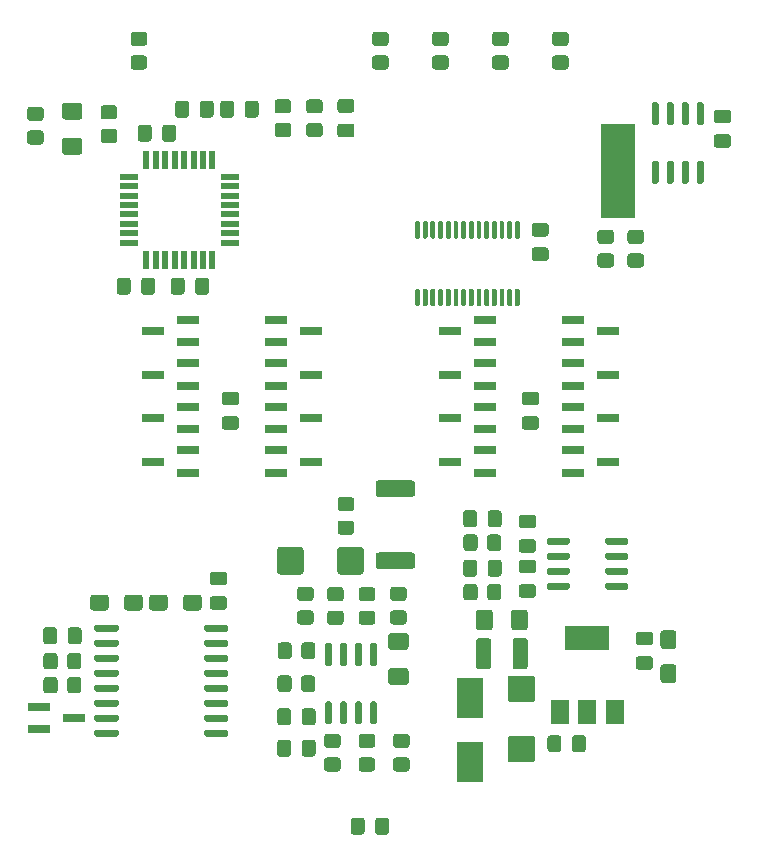
<source format=gbp>
G04 #@! TF.GenerationSoftware,KiCad,Pcbnew,5.1.12-84ad8e8a86~92~ubuntu16.04.1*
G04 #@! TF.CreationDate,2022-12-06T17:37:32+01:00*
G04 #@! TF.ProjectId,Mainboard,4d61696e-626f-4617-9264-2e6b69636164,rev?*
G04 #@! TF.SameCoordinates,Original*
G04 #@! TF.FileFunction,Paste,Bot*
G04 #@! TF.FilePolarity,Positive*
%FSLAX46Y46*%
G04 Gerber Fmt 4.6, Leading zero omitted, Abs format (unit mm)*
G04 Created by KiCad (PCBNEW 5.1.12-84ad8e8a86~92~ubuntu16.04.1) date 2022-12-06 17:37:32*
%MOMM*%
%LPD*%
G01*
G04 APERTURE LIST*
%ADD10R,1.900000X0.800000*%
%ADD11R,3.000000X8.000000*%
%ADD12R,0.550000X1.600000*%
%ADD13R,1.600000X0.550000*%
%ADD14R,3.800000X2.000000*%
%ADD15R,1.500000X2.000000*%
%ADD16R,2.300000X3.500000*%
G04 APERTURE END LIST*
G36*
G01*
X132026500Y-63332000D02*
X133276500Y-63332000D01*
G75*
G02*
X133526500Y-63582000I0J-250000D01*
G01*
X133526500Y-64507000D01*
G75*
G02*
X133276500Y-64757000I-250000J0D01*
G01*
X132026500Y-64757000D01*
G75*
G02*
X131776500Y-64507000I0J250000D01*
G01*
X131776500Y-63582000D01*
G75*
G02*
X132026500Y-63332000I250000J0D01*
G01*
G37*
G36*
G01*
X132026500Y-66307000D02*
X133276500Y-66307000D01*
G75*
G02*
X133526500Y-66557000I0J-250000D01*
G01*
X133526500Y-67482000D01*
G75*
G02*
X133276500Y-67732000I-250000J0D01*
G01*
X132026500Y-67732000D01*
G75*
G02*
X131776500Y-67482000I0J250000D01*
G01*
X131776500Y-66557000D01*
G75*
G02*
X132026500Y-66307000I250000J0D01*
G01*
G37*
G36*
G01*
X166837000Y-107749500D02*
X166837000Y-106499500D01*
G75*
G02*
X167087000Y-106249500I250000J0D01*
G01*
X168012000Y-106249500D01*
G75*
G02*
X168262000Y-106499500I0J-250000D01*
G01*
X168262000Y-107749500D01*
G75*
G02*
X168012000Y-107999500I-250000J0D01*
G01*
X167087000Y-107999500D01*
G75*
G02*
X166837000Y-107749500I0J250000D01*
G01*
G37*
G36*
G01*
X169812000Y-107749500D02*
X169812000Y-106499500D01*
G75*
G02*
X170062000Y-106249500I250000J0D01*
G01*
X170987000Y-106249500D01*
G75*
G02*
X171237000Y-106499500I0J-250000D01*
G01*
X171237000Y-107749500D01*
G75*
G02*
X170987000Y-107999500I-250000J0D01*
G01*
X170062000Y-107999500D01*
G75*
G02*
X169812000Y-107749500I0J250000D01*
G01*
G37*
D10*
X142470000Y-89093000D03*
X142470000Y-90993000D03*
X139470000Y-90043000D03*
X142470000Y-92776000D03*
X142470000Y-94676000D03*
X139470000Y-93726000D03*
G36*
G01*
X156236000Y-125062000D02*
X156236000Y-124112000D01*
G75*
G02*
X156486000Y-123862000I250000J0D01*
G01*
X157161000Y-123862000D01*
G75*
G02*
X157411000Y-124112000I0J-250000D01*
G01*
X157411000Y-125062000D01*
G75*
G02*
X157161000Y-125312000I-250000J0D01*
G01*
X156486000Y-125312000D01*
G75*
G02*
X156236000Y-125062000I0J250000D01*
G01*
G37*
G36*
G01*
X158311000Y-125062000D02*
X158311000Y-124112000D01*
G75*
G02*
X158561000Y-123862000I250000J0D01*
G01*
X159236000Y-123862000D01*
G75*
G02*
X159486000Y-124112000I0J-250000D01*
G01*
X159486000Y-125062000D01*
G75*
G02*
X159236000Y-125312000I-250000J0D01*
G01*
X158561000Y-125312000D01*
G75*
G02*
X158311000Y-125062000I0J250000D01*
G01*
G37*
G36*
G01*
X171925000Y-91033000D02*
X170975000Y-91033000D01*
G75*
G02*
X170725000Y-90783000I0J250000D01*
G01*
X170725000Y-90108000D01*
G75*
G02*
X170975000Y-89858000I250000J0D01*
G01*
X171925000Y-89858000D01*
G75*
G02*
X172175000Y-90108000I0J-250000D01*
G01*
X172175000Y-90783000D01*
G75*
G02*
X171925000Y-91033000I-250000J0D01*
G01*
G37*
G36*
G01*
X171925000Y-88958000D02*
X170975000Y-88958000D01*
G75*
G02*
X170725000Y-88708000I0J250000D01*
G01*
X170725000Y-88033000D01*
G75*
G02*
X170975000Y-87783000I250000J0D01*
G01*
X171925000Y-87783000D01*
G75*
G02*
X172175000Y-88033000I0J-250000D01*
G01*
X172175000Y-88708000D01*
G75*
G02*
X171925000Y-88958000I-250000J0D01*
G01*
G37*
G36*
G01*
X146525000Y-91033000D02*
X145575000Y-91033000D01*
G75*
G02*
X145325000Y-90783000I0J250000D01*
G01*
X145325000Y-90108000D01*
G75*
G02*
X145575000Y-89858000I250000J0D01*
G01*
X146525000Y-89858000D01*
G75*
G02*
X146775000Y-90108000I0J-250000D01*
G01*
X146775000Y-90783000D01*
G75*
G02*
X146525000Y-91033000I-250000J0D01*
G01*
G37*
G36*
G01*
X146525000Y-88958000D02*
X145575000Y-88958000D01*
G75*
G02*
X145325000Y-88708000I0J250000D01*
G01*
X145325000Y-88033000D01*
G75*
G02*
X145575000Y-87783000I250000J0D01*
G01*
X146525000Y-87783000D01*
G75*
G02*
X146775000Y-88033000I0J-250000D01*
G01*
X146775000Y-88708000D01*
G75*
G02*
X146525000Y-88958000I-250000J0D01*
G01*
G37*
G36*
G01*
X176144500Y-117127000D02*
X176144500Y-118077000D01*
G75*
G02*
X175894500Y-118327000I-250000J0D01*
G01*
X175219500Y-118327000D01*
G75*
G02*
X174969500Y-118077000I0J250000D01*
G01*
X174969500Y-117127000D01*
G75*
G02*
X175219500Y-116877000I250000J0D01*
G01*
X175894500Y-116877000D01*
G75*
G02*
X176144500Y-117127000I0J-250000D01*
G01*
G37*
G36*
G01*
X174069500Y-117127000D02*
X174069500Y-118077000D01*
G75*
G02*
X173819500Y-118327000I-250000J0D01*
G01*
X173144500Y-118327000D01*
G75*
G02*
X172894500Y-118077000I0J250000D01*
G01*
X172894500Y-117127000D01*
G75*
G02*
X173144500Y-116877000I250000J0D01*
G01*
X173819500Y-116877000D01*
G75*
G02*
X174069500Y-117127000I0J-250000D01*
G01*
G37*
G36*
G01*
X169762999Y-111831500D02*
X171613001Y-111831500D01*
G75*
G02*
X171863000Y-112081499I0J-249999D01*
G01*
X171863000Y-113831501D01*
G75*
G02*
X171613001Y-114081500I-249999J0D01*
G01*
X169762999Y-114081500D01*
G75*
G02*
X169513000Y-113831501I0J249999D01*
G01*
X169513000Y-112081499D01*
G75*
G02*
X169762999Y-111831500I249999J0D01*
G01*
G37*
G36*
G01*
X169762999Y-116931500D02*
X171613001Y-116931500D01*
G75*
G02*
X171863000Y-117181499I0J-249999D01*
G01*
X171863000Y-118931501D01*
G75*
G02*
X171613001Y-119181500I-249999J0D01*
G01*
X169762999Y-119181500D01*
G75*
G02*
X169513000Y-118931501I0J249999D01*
G01*
X169513000Y-117181499D01*
G75*
G02*
X169762999Y-116931500I249999J0D01*
G01*
G37*
G36*
G01*
X130226000Y-111067001D02*
X130226000Y-110166999D01*
G75*
G02*
X130475999Y-109917000I249999J0D01*
G01*
X131176001Y-109917000D01*
G75*
G02*
X131426000Y-110166999I0J-249999D01*
G01*
X131426000Y-111067001D01*
G75*
G02*
X131176001Y-111317000I-249999J0D01*
G01*
X130475999Y-111317000D01*
G75*
G02*
X130226000Y-111067001I0J249999D01*
G01*
G37*
G36*
G01*
X132226000Y-111067001D02*
X132226000Y-110166999D01*
G75*
G02*
X132475999Y-109917000I249999J0D01*
G01*
X133176001Y-109917000D01*
G75*
G02*
X133426000Y-110166999I0J-249999D01*
G01*
X133426000Y-111067001D01*
G75*
G02*
X133176001Y-111317000I-249999J0D01*
G01*
X132475999Y-111317000D01*
G75*
G02*
X132226000Y-111067001I0J249999D01*
G01*
G37*
G36*
G01*
X145509000Y-106273000D02*
X144559000Y-106273000D01*
G75*
G02*
X144309000Y-106023000I0J250000D01*
G01*
X144309000Y-105348000D01*
G75*
G02*
X144559000Y-105098000I250000J0D01*
G01*
X145509000Y-105098000D01*
G75*
G02*
X145759000Y-105348000I0J-250000D01*
G01*
X145759000Y-106023000D01*
G75*
G02*
X145509000Y-106273000I-250000J0D01*
G01*
G37*
G36*
G01*
X145509000Y-104198000D02*
X144559000Y-104198000D01*
G75*
G02*
X144309000Y-103948000I0J250000D01*
G01*
X144309000Y-103273000D01*
G75*
G02*
X144559000Y-103023000I250000J0D01*
G01*
X145509000Y-103023000D01*
G75*
G02*
X145759000Y-103273000I0J-250000D01*
G01*
X145759000Y-103948000D01*
G75*
G02*
X145509000Y-104198000I-250000J0D01*
G01*
G37*
G36*
G01*
X130201000Y-108933000D02*
X130201000Y-107983000D01*
G75*
G02*
X130451000Y-107733000I250000J0D01*
G01*
X131126000Y-107733000D01*
G75*
G02*
X131376000Y-107983000I0J-250000D01*
G01*
X131376000Y-108933000D01*
G75*
G02*
X131126000Y-109183000I-250000J0D01*
G01*
X130451000Y-109183000D01*
G75*
G02*
X130201000Y-108933000I0J250000D01*
G01*
G37*
G36*
G01*
X132276000Y-108933000D02*
X132276000Y-107983000D01*
G75*
G02*
X132526000Y-107733000I250000J0D01*
G01*
X133201000Y-107733000D01*
G75*
G02*
X133451000Y-107983000I0J-250000D01*
G01*
X133451000Y-108933000D01*
G75*
G02*
X133201000Y-109183000I-250000J0D01*
G01*
X132526000Y-109183000D01*
G75*
G02*
X132276000Y-108933000I0J250000D01*
G01*
G37*
G36*
G01*
X171237000Y-108906999D02*
X171237000Y-111057001D01*
G75*
G02*
X170987001Y-111307000I-249999J0D01*
G01*
X170186999Y-111307000D01*
G75*
G02*
X169937000Y-111057001I0J249999D01*
G01*
X169937000Y-108906999D01*
G75*
G02*
X170186999Y-108657000I249999J0D01*
G01*
X170987001Y-108657000D01*
G75*
G02*
X171237000Y-108906999I0J-249999D01*
G01*
G37*
G36*
G01*
X168137000Y-108906999D02*
X168137000Y-111057001D01*
G75*
G02*
X167887001Y-111307000I-249999J0D01*
G01*
X167086999Y-111307000D01*
G75*
G02*
X166837000Y-111057001I0J249999D01*
G01*
X166837000Y-108906999D01*
G75*
G02*
X167086999Y-108657000I249999J0D01*
G01*
X167887001Y-108657000D01*
G75*
G02*
X168137000Y-108906999I0J-249999D01*
G01*
G37*
X149884000Y-94676000D03*
X149884000Y-92776000D03*
X152884000Y-93726000D03*
G36*
G01*
X179726000Y-100307000D02*
X179726000Y-100607000D01*
G75*
G02*
X179576000Y-100757000I-150000J0D01*
G01*
X177926000Y-100757000D01*
G75*
G02*
X177776000Y-100607000I0J150000D01*
G01*
X177776000Y-100307000D01*
G75*
G02*
X177926000Y-100157000I150000J0D01*
G01*
X179576000Y-100157000D01*
G75*
G02*
X179726000Y-100307000I0J-150000D01*
G01*
G37*
G36*
G01*
X179726000Y-101577000D02*
X179726000Y-101877000D01*
G75*
G02*
X179576000Y-102027000I-150000J0D01*
G01*
X177926000Y-102027000D01*
G75*
G02*
X177776000Y-101877000I0J150000D01*
G01*
X177776000Y-101577000D01*
G75*
G02*
X177926000Y-101427000I150000J0D01*
G01*
X179576000Y-101427000D01*
G75*
G02*
X179726000Y-101577000I0J-150000D01*
G01*
G37*
G36*
G01*
X179726000Y-102847000D02*
X179726000Y-103147000D01*
G75*
G02*
X179576000Y-103297000I-150000J0D01*
G01*
X177926000Y-103297000D01*
G75*
G02*
X177776000Y-103147000I0J150000D01*
G01*
X177776000Y-102847000D01*
G75*
G02*
X177926000Y-102697000I150000J0D01*
G01*
X179576000Y-102697000D01*
G75*
G02*
X179726000Y-102847000I0J-150000D01*
G01*
G37*
G36*
G01*
X179726000Y-104117000D02*
X179726000Y-104417000D01*
G75*
G02*
X179576000Y-104567000I-150000J0D01*
G01*
X177926000Y-104567000D01*
G75*
G02*
X177776000Y-104417000I0J150000D01*
G01*
X177776000Y-104117000D01*
G75*
G02*
X177926000Y-103967000I150000J0D01*
G01*
X179576000Y-103967000D01*
G75*
G02*
X179726000Y-104117000I0J-150000D01*
G01*
G37*
G36*
G01*
X174776000Y-104117000D02*
X174776000Y-104417000D01*
G75*
G02*
X174626000Y-104567000I-150000J0D01*
G01*
X172976000Y-104567000D01*
G75*
G02*
X172826000Y-104417000I0J150000D01*
G01*
X172826000Y-104117000D01*
G75*
G02*
X172976000Y-103967000I150000J0D01*
G01*
X174626000Y-103967000D01*
G75*
G02*
X174776000Y-104117000I0J-150000D01*
G01*
G37*
G36*
G01*
X174776000Y-102847000D02*
X174776000Y-103147000D01*
G75*
G02*
X174626000Y-103297000I-150000J0D01*
G01*
X172976000Y-103297000D01*
G75*
G02*
X172826000Y-103147000I0J150000D01*
G01*
X172826000Y-102847000D01*
G75*
G02*
X172976000Y-102697000I150000J0D01*
G01*
X174626000Y-102697000D01*
G75*
G02*
X174776000Y-102847000I0J-150000D01*
G01*
G37*
G36*
G01*
X174776000Y-101577000D02*
X174776000Y-101877000D01*
G75*
G02*
X174626000Y-102027000I-150000J0D01*
G01*
X172976000Y-102027000D01*
G75*
G02*
X172826000Y-101877000I0J150000D01*
G01*
X172826000Y-101577000D01*
G75*
G02*
X172976000Y-101427000I150000J0D01*
G01*
X174626000Y-101427000D01*
G75*
G02*
X174776000Y-101577000I0J-150000D01*
G01*
G37*
G36*
G01*
X174776000Y-100307000D02*
X174776000Y-100607000D01*
G75*
G02*
X174626000Y-100757000I-150000J0D01*
G01*
X172976000Y-100757000D01*
G75*
G02*
X172826000Y-100607000I0J150000D01*
G01*
X172826000Y-100307000D01*
G75*
G02*
X172976000Y-100157000I150000J0D01*
G01*
X174626000Y-100157000D01*
G75*
G02*
X174776000Y-100307000I0J-150000D01*
G01*
G37*
D11*
X178882000Y-69103000D03*
G36*
G01*
X188181000Y-67157000D02*
X187231000Y-67157000D01*
G75*
G02*
X186981000Y-66907000I0J250000D01*
G01*
X186981000Y-66232000D01*
G75*
G02*
X187231000Y-65982000I250000J0D01*
G01*
X188181000Y-65982000D01*
G75*
G02*
X188431000Y-66232000I0J-250000D01*
G01*
X188431000Y-66907000D01*
G75*
G02*
X188181000Y-67157000I-250000J0D01*
G01*
G37*
G36*
G01*
X188181000Y-65082000D02*
X187231000Y-65082000D01*
G75*
G02*
X186981000Y-64832000I0J250000D01*
G01*
X186981000Y-64157000D01*
G75*
G02*
X187231000Y-63907000I250000J0D01*
G01*
X188181000Y-63907000D01*
G75*
G02*
X188431000Y-64157000I0J-250000D01*
G01*
X188431000Y-64832000D01*
G75*
G02*
X188181000Y-65082000I-250000J0D01*
G01*
G37*
G36*
G01*
X179919999Y-74090000D02*
X180820001Y-74090000D01*
G75*
G02*
X181070000Y-74339999I0J-249999D01*
G01*
X181070000Y-75040001D01*
G75*
G02*
X180820001Y-75290000I-249999J0D01*
G01*
X179919999Y-75290000D01*
G75*
G02*
X179670000Y-75040001I0J249999D01*
G01*
X179670000Y-74339999D01*
G75*
G02*
X179919999Y-74090000I249999J0D01*
G01*
G37*
G36*
G01*
X179919999Y-76090000D02*
X180820001Y-76090000D01*
G75*
G02*
X181070000Y-76339999I0J-249999D01*
G01*
X181070000Y-77040001D01*
G75*
G02*
X180820001Y-77290000I-249999J0D01*
G01*
X179919999Y-77290000D01*
G75*
G02*
X179670000Y-77040001I0J249999D01*
G01*
X179670000Y-76339999D01*
G75*
G02*
X179919999Y-76090000I249999J0D01*
G01*
G37*
G36*
G01*
X181861000Y-63290000D02*
X182161000Y-63290000D01*
G75*
G02*
X182311000Y-63440000I0J-150000D01*
G01*
X182311000Y-65090000D01*
G75*
G02*
X182161000Y-65240000I-150000J0D01*
G01*
X181861000Y-65240000D01*
G75*
G02*
X181711000Y-65090000I0J150000D01*
G01*
X181711000Y-63440000D01*
G75*
G02*
X181861000Y-63290000I150000J0D01*
G01*
G37*
G36*
G01*
X183131000Y-63290000D02*
X183431000Y-63290000D01*
G75*
G02*
X183581000Y-63440000I0J-150000D01*
G01*
X183581000Y-65090000D01*
G75*
G02*
X183431000Y-65240000I-150000J0D01*
G01*
X183131000Y-65240000D01*
G75*
G02*
X182981000Y-65090000I0J150000D01*
G01*
X182981000Y-63440000D01*
G75*
G02*
X183131000Y-63290000I150000J0D01*
G01*
G37*
G36*
G01*
X184401000Y-63290000D02*
X184701000Y-63290000D01*
G75*
G02*
X184851000Y-63440000I0J-150000D01*
G01*
X184851000Y-65090000D01*
G75*
G02*
X184701000Y-65240000I-150000J0D01*
G01*
X184401000Y-65240000D01*
G75*
G02*
X184251000Y-65090000I0J150000D01*
G01*
X184251000Y-63440000D01*
G75*
G02*
X184401000Y-63290000I150000J0D01*
G01*
G37*
G36*
G01*
X185671000Y-63290000D02*
X185971000Y-63290000D01*
G75*
G02*
X186121000Y-63440000I0J-150000D01*
G01*
X186121000Y-65090000D01*
G75*
G02*
X185971000Y-65240000I-150000J0D01*
G01*
X185671000Y-65240000D01*
G75*
G02*
X185521000Y-65090000I0J150000D01*
G01*
X185521000Y-63440000D01*
G75*
G02*
X185671000Y-63290000I150000J0D01*
G01*
G37*
G36*
G01*
X185671000Y-68240000D02*
X185971000Y-68240000D01*
G75*
G02*
X186121000Y-68390000I0J-150000D01*
G01*
X186121000Y-70040000D01*
G75*
G02*
X185971000Y-70190000I-150000J0D01*
G01*
X185671000Y-70190000D01*
G75*
G02*
X185521000Y-70040000I0J150000D01*
G01*
X185521000Y-68390000D01*
G75*
G02*
X185671000Y-68240000I150000J0D01*
G01*
G37*
G36*
G01*
X184401000Y-68240000D02*
X184701000Y-68240000D01*
G75*
G02*
X184851000Y-68390000I0J-150000D01*
G01*
X184851000Y-70040000D01*
G75*
G02*
X184701000Y-70190000I-150000J0D01*
G01*
X184401000Y-70190000D01*
G75*
G02*
X184251000Y-70040000I0J150000D01*
G01*
X184251000Y-68390000D01*
G75*
G02*
X184401000Y-68240000I150000J0D01*
G01*
G37*
G36*
G01*
X183131000Y-68240000D02*
X183431000Y-68240000D01*
G75*
G02*
X183581000Y-68390000I0J-150000D01*
G01*
X183581000Y-70040000D01*
G75*
G02*
X183431000Y-70190000I-150000J0D01*
G01*
X183131000Y-70190000D01*
G75*
G02*
X182981000Y-70040000I0J150000D01*
G01*
X182981000Y-68390000D01*
G75*
G02*
X183131000Y-68240000I150000J0D01*
G01*
G37*
G36*
G01*
X181861000Y-68240000D02*
X182161000Y-68240000D01*
G75*
G02*
X182311000Y-68390000I0J-150000D01*
G01*
X182311000Y-70040000D01*
G75*
G02*
X182161000Y-70190000I-150000J0D01*
G01*
X181861000Y-70190000D01*
G75*
G02*
X181711000Y-70040000I0J150000D01*
G01*
X181711000Y-68390000D01*
G75*
G02*
X181861000Y-68240000I150000J0D01*
G01*
G37*
G36*
G01*
X138623000Y-105238999D02*
X138623000Y-106089001D01*
G75*
G02*
X138373001Y-106339000I-249999J0D01*
G01*
X137297999Y-106339000D01*
G75*
G02*
X137048000Y-106089001I0J249999D01*
G01*
X137048000Y-105238999D01*
G75*
G02*
X137297999Y-104989000I249999J0D01*
G01*
X138373001Y-104989000D01*
G75*
G02*
X138623000Y-105238999I0J-249999D01*
G01*
G37*
G36*
G01*
X135748000Y-105238999D02*
X135748000Y-106089001D01*
G75*
G02*
X135498001Y-106339000I-249999J0D01*
G01*
X134422999Y-106339000D01*
G75*
G02*
X134173000Y-106089001I0J249999D01*
G01*
X134173000Y-105238999D01*
G75*
G02*
X134422999Y-104989000I249999J0D01*
G01*
X135498001Y-104989000D01*
G75*
G02*
X135748000Y-105238999I0J-249999D01*
G01*
G37*
G36*
G01*
X139166500Y-106089001D02*
X139166500Y-105238999D01*
G75*
G02*
X139416499Y-104989000I249999J0D01*
G01*
X140491501Y-104989000D01*
G75*
G02*
X140741500Y-105238999I0J-249999D01*
G01*
X140741500Y-106089001D01*
G75*
G02*
X140491501Y-106339000I-249999J0D01*
G01*
X139416499Y-106339000D01*
G75*
G02*
X139166500Y-106089001I0J249999D01*
G01*
G37*
G36*
G01*
X142041500Y-106089001D02*
X142041500Y-105238999D01*
G75*
G02*
X142291499Y-104989000I249999J0D01*
G01*
X143366501Y-104989000D01*
G75*
G02*
X143616500Y-105238999I0J-249999D01*
G01*
X143616500Y-106089001D01*
G75*
G02*
X143366501Y-106339000I-249999J0D01*
G01*
X142291499Y-106339000D01*
G75*
G02*
X142041500Y-106089001I0J249999D01*
G01*
G37*
G36*
G01*
X141452000Y-65438000D02*
X141452000Y-66388000D01*
G75*
G02*
X141202000Y-66638000I-250000J0D01*
G01*
X140527000Y-66638000D01*
G75*
G02*
X140277000Y-66388000I0J250000D01*
G01*
X140277000Y-65438000D01*
G75*
G02*
X140527000Y-65188000I250000J0D01*
G01*
X141202000Y-65188000D01*
G75*
G02*
X141452000Y-65438000I0J-250000D01*
G01*
G37*
G36*
G01*
X139377000Y-65438000D02*
X139377000Y-66388000D01*
G75*
G02*
X139127000Y-66638000I-250000J0D01*
G01*
X138452000Y-66638000D01*
G75*
G02*
X138202000Y-66388000I0J250000D01*
G01*
X138202000Y-65438000D01*
G75*
G02*
X138452000Y-65188000I250000J0D01*
G01*
X139127000Y-65188000D01*
G75*
G02*
X139377000Y-65438000I0J-250000D01*
G01*
G37*
G36*
G01*
X140996000Y-79342000D02*
X140996000Y-78392000D01*
G75*
G02*
X141246000Y-78142000I250000J0D01*
G01*
X141921000Y-78142000D01*
G75*
G02*
X142171000Y-78392000I0J-250000D01*
G01*
X142171000Y-79342000D01*
G75*
G02*
X141921000Y-79592000I-250000J0D01*
G01*
X141246000Y-79592000D01*
G75*
G02*
X140996000Y-79342000I0J250000D01*
G01*
G37*
G36*
G01*
X143071000Y-79342000D02*
X143071000Y-78392000D01*
G75*
G02*
X143321000Y-78142000I250000J0D01*
G01*
X143996000Y-78142000D01*
G75*
G02*
X144246000Y-78392000I0J-250000D01*
G01*
X144246000Y-79342000D01*
G75*
G02*
X143996000Y-79592000I-250000J0D01*
G01*
X143321000Y-79592000D01*
G75*
G02*
X143071000Y-79342000I0J250000D01*
G01*
G37*
G36*
G01*
X157345000Y-101182999D02*
X157345000Y-103033001D01*
G75*
G02*
X157095001Y-103283000I-249999J0D01*
G01*
X155344999Y-103283000D01*
G75*
G02*
X155095000Y-103033001I0J249999D01*
G01*
X155095000Y-101182999D01*
G75*
G02*
X155344999Y-100933000I249999J0D01*
G01*
X157095001Y-100933000D01*
G75*
G02*
X157345000Y-101182999I0J-249999D01*
G01*
G37*
G36*
G01*
X152245000Y-101182999D02*
X152245000Y-103033001D01*
G75*
G02*
X151995001Y-103283000I-249999J0D01*
G01*
X150244999Y-103283000D01*
G75*
G02*
X149995000Y-103033001I0J249999D01*
G01*
X149995000Y-101182999D01*
G75*
G02*
X150244999Y-100933000I249999J0D01*
G01*
X151995001Y-100933000D01*
G75*
G02*
X152245000Y-101182999I0J-249999D01*
G01*
G37*
D10*
X129818000Y-116393000D03*
X129818000Y-114493000D03*
X132818000Y-115443000D03*
G36*
G01*
X159649000Y-108226500D02*
X160899000Y-108226500D01*
G75*
G02*
X161149000Y-108476500I0J-250000D01*
G01*
X161149000Y-109401500D01*
G75*
G02*
X160899000Y-109651500I-250000J0D01*
G01*
X159649000Y-109651500D01*
G75*
G02*
X159399000Y-109401500I0J250000D01*
G01*
X159399000Y-108476500D01*
G75*
G02*
X159649000Y-108226500I250000J0D01*
G01*
G37*
G36*
G01*
X159649000Y-111201500D02*
X160899000Y-111201500D01*
G75*
G02*
X161149000Y-111451500I0J-250000D01*
G01*
X161149000Y-112376500D01*
G75*
G02*
X160899000Y-112626500I-250000J0D01*
G01*
X159649000Y-112626500D01*
G75*
G02*
X159399000Y-112376500I0J250000D01*
G01*
X159399000Y-111451500D01*
G75*
G02*
X159649000Y-111201500I250000J0D01*
G01*
G37*
G36*
G01*
X130226000Y-113099001D02*
X130226000Y-112198999D01*
G75*
G02*
X130475999Y-111949000I249999J0D01*
G01*
X131176001Y-111949000D01*
G75*
G02*
X131426000Y-112198999I0J-249999D01*
G01*
X131426000Y-113099001D01*
G75*
G02*
X131176001Y-113349000I-249999J0D01*
G01*
X130475999Y-113349000D01*
G75*
G02*
X130226000Y-113099001I0J249999D01*
G01*
G37*
G36*
G01*
X132226000Y-113099001D02*
X132226000Y-112198999D01*
G75*
G02*
X132475999Y-111949000I249999J0D01*
G01*
X133176001Y-111949000D01*
G75*
G02*
X133426000Y-112198999I0J-249999D01*
G01*
X133426000Y-113099001D01*
G75*
G02*
X133176001Y-113349000I-249999J0D01*
G01*
X132475999Y-113349000D01*
G75*
G02*
X132226000Y-113099001I0J249999D01*
G01*
G37*
G36*
G01*
X145883000Y-107673000D02*
X145883000Y-107973000D01*
G75*
G02*
X145733000Y-108123000I-150000J0D01*
G01*
X143983000Y-108123000D01*
G75*
G02*
X143833000Y-107973000I0J150000D01*
G01*
X143833000Y-107673000D01*
G75*
G02*
X143983000Y-107523000I150000J0D01*
G01*
X145733000Y-107523000D01*
G75*
G02*
X145883000Y-107673000I0J-150000D01*
G01*
G37*
G36*
G01*
X145883000Y-108943000D02*
X145883000Y-109243000D01*
G75*
G02*
X145733000Y-109393000I-150000J0D01*
G01*
X143983000Y-109393000D01*
G75*
G02*
X143833000Y-109243000I0J150000D01*
G01*
X143833000Y-108943000D01*
G75*
G02*
X143983000Y-108793000I150000J0D01*
G01*
X145733000Y-108793000D01*
G75*
G02*
X145883000Y-108943000I0J-150000D01*
G01*
G37*
G36*
G01*
X145883000Y-110213000D02*
X145883000Y-110513000D01*
G75*
G02*
X145733000Y-110663000I-150000J0D01*
G01*
X143983000Y-110663000D01*
G75*
G02*
X143833000Y-110513000I0J150000D01*
G01*
X143833000Y-110213000D01*
G75*
G02*
X143983000Y-110063000I150000J0D01*
G01*
X145733000Y-110063000D01*
G75*
G02*
X145883000Y-110213000I0J-150000D01*
G01*
G37*
G36*
G01*
X145883000Y-111483000D02*
X145883000Y-111783000D01*
G75*
G02*
X145733000Y-111933000I-150000J0D01*
G01*
X143983000Y-111933000D01*
G75*
G02*
X143833000Y-111783000I0J150000D01*
G01*
X143833000Y-111483000D01*
G75*
G02*
X143983000Y-111333000I150000J0D01*
G01*
X145733000Y-111333000D01*
G75*
G02*
X145883000Y-111483000I0J-150000D01*
G01*
G37*
G36*
G01*
X145883000Y-112753000D02*
X145883000Y-113053000D01*
G75*
G02*
X145733000Y-113203000I-150000J0D01*
G01*
X143983000Y-113203000D01*
G75*
G02*
X143833000Y-113053000I0J150000D01*
G01*
X143833000Y-112753000D01*
G75*
G02*
X143983000Y-112603000I150000J0D01*
G01*
X145733000Y-112603000D01*
G75*
G02*
X145883000Y-112753000I0J-150000D01*
G01*
G37*
G36*
G01*
X145883000Y-114023000D02*
X145883000Y-114323000D01*
G75*
G02*
X145733000Y-114473000I-150000J0D01*
G01*
X143983000Y-114473000D01*
G75*
G02*
X143833000Y-114323000I0J150000D01*
G01*
X143833000Y-114023000D01*
G75*
G02*
X143983000Y-113873000I150000J0D01*
G01*
X145733000Y-113873000D01*
G75*
G02*
X145883000Y-114023000I0J-150000D01*
G01*
G37*
G36*
G01*
X145883000Y-115293000D02*
X145883000Y-115593000D01*
G75*
G02*
X145733000Y-115743000I-150000J0D01*
G01*
X143983000Y-115743000D01*
G75*
G02*
X143833000Y-115593000I0J150000D01*
G01*
X143833000Y-115293000D01*
G75*
G02*
X143983000Y-115143000I150000J0D01*
G01*
X145733000Y-115143000D01*
G75*
G02*
X145883000Y-115293000I0J-150000D01*
G01*
G37*
G36*
G01*
X145883000Y-116563000D02*
X145883000Y-116863000D01*
G75*
G02*
X145733000Y-117013000I-150000J0D01*
G01*
X143983000Y-117013000D01*
G75*
G02*
X143833000Y-116863000I0J150000D01*
G01*
X143833000Y-116563000D01*
G75*
G02*
X143983000Y-116413000I150000J0D01*
G01*
X145733000Y-116413000D01*
G75*
G02*
X145883000Y-116563000I0J-150000D01*
G01*
G37*
G36*
G01*
X136583000Y-116563000D02*
X136583000Y-116863000D01*
G75*
G02*
X136433000Y-117013000I-150000J0D01*
G01*
X134683000Y-117013000D01*
G75*
G02*
X134533000Y-116863000I0J150000D01*
G01*
X134533000Y-116563000D01*
G75*
G02*
X134683000Y-116413000I150000J0D01*
G01*
X136433000Y-116413000D01*
G75*
G02*
X136583000Y-116563000I0J-150000D01*
G01*
G37*
G36*
G01*
X136583000Y-115293000D02*
X136583000Y-115593000D01*
G75*
G02*
X136433000Y-115743000I-150000J0D01*
G01*
X134683000Y-115743000D01*
G75*
G02*
X134533000Y-115593000I0J150000D01*
G01*
X134533000Y-115293000D01*
G75*
G02*
X134683000Y-115143000I150000J0D01*
G01*
X136433000Y-115143000D01*
G75*
G02*
X136583000Y-115293000I0J-150000D01*
G01*
G37*
G36*
G01*
X136583000Y-114023000D02*
X136583000Y-114323000D01*
G75*
G02*
X136433000Y-114473000I-150000J0D01*
G01*
X134683000Y-114473000D01*
G75*
G02*
X134533000Y-114323000I0J150000D01*
G01*
X134533000Y-114023000D01*
G75*
G02*
X134683000Y-113873000I150000J0D01*
G01*
X136433000Y-113873000D01*
G75*
G02*
X136583000Y-114023000I0J-150000D01*
G01*
G37*
G36*
G01*
X136583000Y-112753000D02*
X136583000Y-113053000D01*
G75*
G02*
X136433000Y-113203000I-150000J0D01*
G01*
X134683000Y-113203000D01*
G75*
G02*
X134533000Y-113053000I0J150000D01*
G01*
X134533000Y-112753000D01*
G75*
G02*
X134683000Y-112603000I150000J0D01*
G01*
X136433000Y-112603000D01*
G75*
G02*
X136583000Y-112753000I0J-150000D01*
G01*
G37*
G36*
G01*
X136583000Y-111483000D02*
X136583000Y-111783000D01*
G75*
G02*
X136433000Y-111933000I-150000J0D01*
G01*
X134683000Y-111933000D01*
G75*
G02*
X134533000Y-111783000I0J150000D01*
G01*
X134533000Y-111483000D01*
G75*
G02*
X134683000Y-111333000I150000J0D01*
G01*
X136433000Y-111333000D01*
G75*
G02*
X136583000Y-111483000I0J-150000D01*
G01*
G37*
G36*
G01*
X136583000Y-110213000D02*
X136583000Y-110513000D01*
G75*
G02*
X136433000Y-110663000I-150000J0D01*
G01*
X134683000Y-110663000D01*
G75*
G02*
X134533000Y-110513000I0J150000D01*
G01*
X134533000Y-110213000D01*
G75*
G02*
X134683000Y-110063000I150000J0D01*
G01*
X136433000Y-110063000D01*
G75*
G02*
X136583000Y-110213000I0J-150000D01*
G01*
G37*
G36*
G01*
X136583000Y-108943000D02*
X136583000Y-109243000D01*
G75*
G02*
X136433000Y-109393000I-150000J0D01*
G01*
X134683000Y-109393000D01*
G75*
G02*
X134533000Y-109243000I0J150000D01*
G01*
X134533000Y-108943000D01*
G75*
G02*
X134683000Y-108793000I150000J0D01*
G01*
X136433000Y-108793000D01*
G75*
G02*
X136583000Y-108943000I0J-150000D01*
G01*
G37*
G36*
G01*
X136583000Y-107673000D02*
X136583000Y-107973000D01*
G75*
G02*
X136433000Y-108123000I-150000J0D01*
G01*
X134683000Y-108123000D01*
G75*
G02*
X134533000Y-107973000I0J150000D01*
G01*
X134533000Y-107673000D01*
G75*
G02*
X134683000Y-107523000I150000J0D01*
G01*
X136433000Y-107523000D01*
G75*
G02*
X136583000Y-107673000I0J-150000D01*
G01*
G37*
D12*
X138932000Y-68140000D03*
X139732000Y-68140000D03*
X140532000Y-68140000D03*
X141332000Y-68140000D03*
X142132000Y-68140000D03*
X142932000Y-68140000D03*
X143732000Y-68140000D03*
X144532000Y-68140000D03*
D13*
X145982000Y-69590000D03*
X145982000Y-70390000D03*
X145982000Y-71190000D03*
X145982000Y-71990000D03*
X145982000Y-72790000D03*
X145982000Y-73590000D03*
X145982000Y-74390000D03*
X145982000Y-75190000D03*
D12*
X144532000Y-76640000D03*
X143732000Y-76640000D03*
X142932000Y-76640000D03*
X142132000Y-76640000D03*
X141332000Y-76640000D03*
X140532000Y-76640000D03*
X139732000Y-76640000D03*
X138932000Y-76640000D03*
D13*
X137482000Y-75190000D03*
X137482000Y-74390000D03*
X137482000Y-73590000D03*
X137482000Y-72790000D03*
X137482000Y-71990000D03*
X137482000Y-71190000D03*
X137482000Y-70390000D03*
X137482000Y-69590000D03*
G36*
G01*
X158594999Y-95310000D02*
X161445001Y-95310000D01*
G75*
G02*
X161695000Y-95559999I0J-249999D01*
G01*
X161695000Y-96460001D01*
G75*
G02*
X161445001Y-96710000I-249999J0D01*
G01*
X158594999Y-96710000D01*
G75*
G02*
X158345000Y-96460001I0J249999D01*
G01*
X158345000Y-95559999D01*
G75*
G02*
X158594999Y-95310000I249999J0D01*
G01*
G37*
G36*
G01*
X158594999Y-101410000D02*
X161445001Y-101410000D01*
G75*
G02*
X161695000Y-101659999I0J-249999D01*
G01*
X161695000Y-102560001D01*
G75*
G02*
X161445001Y-102810000I-249999J0D01*
G01*
X158594999Y-102810000D01*
G75*
G02*
X158345000Y-102560001I0J249999D01*
G01*
X158345000Y-101659999D01*
G75*
G02*
X158594999Y-101410000I249999J0D01*
G01*
G37*
G36*
G01*
X145187000Y-64356000D02*
X145187000Y-63406000D01*
G75*
G02*
X145437000Y-63156000I250000J0D01*
G01*
X146112000Y-63156000D01*
G75*
G02*
X146362000Y-63406000I0J-250000D01*
G01*
X146362000Y-64356000D01*
G75*
G02*
X146112000Y-64606000I-250000J0D01*
G01*
X145437000Y-64606000D01*
G75*
G02*
X145187000Y-64356000I0J250000D01*
G01*
G37*
G36*
G01*
X147262000Y-64356000D02*
X147262000Y-63406000D01*
G75*
G02*
X147512000Y-63156000I250000J0D01*
G01*
X148187000Y-63156000D01*
G75*
G02*
X148437000Y-63406000I0J-250000D01*
G01*
X148437000Y-64356000D01*
G75*
G02*
X148187000Y-64606000I-250000J0D01*
G01*
X147512000Y-64606000D01*
G75*
G02*
X147262000Y-64356000I0J250000D01*
G01*
G37*
G36*
G01*
X144627000Y-63406000D02*
X144627000Y-64356000D01*
G75*
G02*
X144377000Y-64606000I-250000J0D01*
G01*
X143702000Y-64606000D01*
G75*
G02*
X143452000Y-64356000I0J250000D01*
G01*
X143452000Y-63406000D01*
G75*
G02*
X143702000Y-63156000I250000J0D01*
G01*
X144377000Y-63156000D01*
G75*
G02*
X144627000Y-63406000I0J-250000D01*
G01*
G37*
G36*
G01*
X142552000Y-63406000D02*
X142552000Y-64356000D01*
G75*
G02*
X142302000Y-64606000I-250000J0D01*
G01*
X141627000Y-64606000D01*
G75*
G02*
X141377000Y-64356000I0J250000D01*
G01*
X141377000Y-63406000D01*
G75*
G02*
X141627000Y-63156000I250000J0D01*
G01*
X142302000Y-63156000D01*
G75*
G02*
X142552000Y-63406000I0J-250000D01*
G01*
G37*
D10*
X167616000Y-92776000D03*
X167616000Y-94676000D03*
X164616000Y-93726000D03*
G36*
G01*
X177369999Y-74092000D02*
X178270001Y-74092000D01*
G75*
G02*
X178520000Y-74341999I0J-249999D01*
G01*
X178520000Y-75042001D01*
G75*
G02*
X178270001Y-75292000I-249999J0D01*
G01*
X177369999Y-75292000D01*
G75*
G02*
X177120000Y-75042001I0J249999D01*
G01*
X177120000Y-74341999D01*
G75*
G02*
X177369999Y-74092000I249999J0D01*
G01*
G37*
G36*
G01*
X177369999Y-76092000D02*
X178270001Y-76092000D01*
G75*
G02*
X178520000Y-76341999I0J-249999D01*
G01*
X178520000Y-77042001D01*
G75*
G02*
X178270001Y-77292000I-249999J0D01*
G01*
X177369999Y-77292000D01*
G75*
G02*
X177120000Y-77042001I0J249999D01*
G01*
X177120000Y-76341999D01*
G75*
G02*
X177369999Y-76092000I249999J0D01*
G01*
G37*
G36*
G01*
X150044999Y-63043000D02*
X150945001Y-63043000D01*
G75*
G02*
X151195000Y-63292999I0J-249999D01*
G01*
X151195000Y-63993001D01*
G75*
G02*
X150945001Y-64243000I-249999J0D01*
G01*
X150044999Y-64243000D01*
G75*
G02*
X149795000Y-63993001I0J249999D01*
G01*
X149795000Y-63292999D01*
G75*
G02*
X150044999Y-63043000I249999J0D01*
G01*
G37*
G36*
G01*
X150044999Y-65043000D02*
X150945001Y-65043000D01*
G75*
G02*
X151195000Y-65292999I0J-249999D01*
G01*
X151195000Y-65993001D01*
G75*
G02*
X150945001Y-66243000I-249999J0D01*
G01*
X150044999Y-66243000D01*
G75*
G02*
X149795000Y-65993001I0J249999D01*
G01*
X149795000Y-65292999D01*
G75*
G02*
X150044999Y-65043000I249999J0D01*
G01*
G37*
G36*
G01*
X136424000Y-79342000D02*
X136424000Y-78392000D01*
G75*
G02*
X136674000Y-78142000I250000J0D01*
G01*
X137349000Y-78142000D01*
G75*
G02*
X137599000Y-78392000I0J-250000D01*
G01*
X137599000Y-79342000D01*
G75*
G02*
X137349000Y-79592000I-250000J0D01*
G01*
X136674000Y-79592000D01*
G75*
G02*
X136424000Y-79342000I0J250000D01*
G01*
G37*
G36*
G01*
X138499000Y-79342000D02*
X138499000Y-78392000D01*
G75*
G02*
X138749000Y-78142000I250000J0D01*
G01*
X139424000Y-78142000D01*
G75*
G02*
X139674000Y-78392000I0J-250000D01*
G01*
X139674000Y-79342000D01*
G75*
G02*
X139424000Y-79592000I-250000J0D01*
G01*
X138749000Y-79592000D01*
G75*
G02*
X138499000Y-79342000I0J250000D01*
G01*
G37*
D14*
X176276000Y-108610000D03*
D15*
X176276000Y-114910000D03*
X173976000Y-114910000D03*
X178576000Y-114910000D03*
G36*
G01*
X129990001Y-66878000D02*
X129089999Y-66878000D01*
G75*
G02*
X128840000Y-66628001I0J249999D01*
G01*
X128840000Y-65927999D01*
G75*
G02*
X129089999Y-65678000I249999J0D01*
G01*
X129990001Y-65678000D01*
G75*
G02*
X130240000Y-65927999I0J-249999D01*
G01*
X130240000Y-66628001D01*
G75*
G02*
X129990001Y-66878000I-249999J0D01*
G01*
G37*
G36*
G01*
X129990001Y-64878000D02*
X129089999Y-64878000D01*
G75*
G02*
X128840000Y-64628001I0J249999D01*
G01*
X128840000Y-63927999D01*
G75*
G02*
X129089999Y-63678000I249999J0D01*
G01*
X129990001Y-63678000D01*
G75*
G02*
X130240000Y-63927999I0J-249999D01*
G01*
X130240000Y-64628001D01*
G75*
G02*
X129990001Y-64878000I-249999J0D01*
G01*
G37*
G36*
G01*
X165786000Y-101034001D02*
X165786000Y-100133999D01*
G75*
G02*
X166035999Y-99884000I249999J0D01*
G01*
X166736001Y-99884000D01*
G75*
G02*
X166986000Y-100133999I0J-249999D01*
G01*
X166986000Y-101034001D01*
G75*
G02*
X166736001Y-101284000I-249999J0D01*
G01*
X166035999Y-101284000D01*
G75*
G02*
X165786000Y-101034001I0J249999D01*
G01*
G37*
G36*
G01*
X167786000Y-101034001D02*
X167786000Y-100133999D01*
G75*
G02*
X168035999Y-99884000I249999J0D01*
G01*
X168736001Y-99884000D01*
G75*
G02*
X168986000Y-100133999I0J-249999D01*
G01*
X168986000Y-101034001D01*
G75*
G02*
X168736001Y-101284000I-249999J0D01*
G01*
X168035999Y-101284000D01*
G75*
G02*
X167786000Y-101034001I0J249999D01*
G01*
G37*
G36*
G01*
X165786000Y-105225001D02*
X165786000Y-104324999D01*
G75*
G02*
X166035999Y-104075000I249999J0D01*
G01*
X166736001Y-104075000D01*
G75*
G02*
X166986000Y-104324999I0J-249999D01*
G01*
X166986000Y-105225001D01*
G75*
G02*
X166736001Y-105475000I-249999J0D01*
G01*
X166035999Y-105475000D01*
G75*
G02*
X165786000Y-105225001I0J249999D01*
G01*
G37*
G36*
G01*
X167786000Y-105225001D02*
X167786000Y-104324999D01*
G75*
G02*
X168035999Y-104075000I249999J0D01*
G01*
X168736001Y-104075000D01*
G75*
G02*
X168986000Y-104324999I0J-249999D01*
G01*
X168986000Y-105225001D01*
G75*
G02*
X168736001Y-105475000I-249999J0D01*
G01*
X168035999Y-105475000D01*
G75*
G02*
X167786000Y-105225001I0J249999D01*
G01*
G37*
G36*
G01*
X171800500Y-73495500D02*
X172750500Y-73495500D01*
G75*
G02*
X173000500Y-73745500I0J-250000D01*
G01*
X173000500Y-74420500D01*
G75*
G02*
X172750500Y-74670500I-250000J0D01*
G01*
X171800500Y-74670500D01*
G75*
G02*
X171550500Y-74420500I0J250000D01*
G01*
X171550500Y-73745500D01*
G75*
G02*
X171800500Y-73495500I250000J0D01*
G01*
G37*
G36*
G01*
X171800500Y-75570500D02*
X172750500Y-75570500D01*
G75*
G02*
X173000500Y-75820500I0J-250000D01*
G01*
X173000500Y-76495500D01*
G75*
G02*
X172750500Y-76745500I-250000J0D01*
G01*
X171800500Y-76745500D01*
G75*
G02*
X171550500Y-76495500I0J250000D01*
G01*
X171550500Y-75820500D01*
G75*
G02*
X171800500Y-75570500I250000J0D01*
G01*
G37*
G36*
G01*
X182708999Y-108011000D02*
X183559001Y-108011000D01*
G75*
G02*
X183809000Y-108260999I0J-249999D01*
G01*
X183809000Y-109336001D01*
G75*
G02*
X183559001Y-109586000I-249999J0D01*
G01*
X182708999Y-109586000D01*
G75*
G02*
X182459000Y-109336001I0J249999D01*
G01*
X182459000Y-108260999D01*
G75*
G02*
X182708999Y-108011000I249999J0D01*
G01*
G37*
G36*
G01*
X182708999Y-110886000D02*
X183559001Y-110886000D01*
G75*
G02*
X183809000Y-111135999I0J-249999D01*
G01*
X183809000Y-112211001D01*
G75*
G02*
X183559001Y-112461000I-249999J0D01*
G01*
X182708999Y-112461000D01*
G75*
G02*
X182459000Y-112211001I0J249999D01*
G01*
X182459000Y-111135999D01*
G75*
G02*
X182708999Y-110886000I249999J0D01*
G01*
G37*
G36*
G01*
X154218500Y-109072000D02*
X154518500Y-109072000D01*
G75*
G02*
X154668500Y-109222000I0J-150000D01*
G01*
X154668500Y-110872000D01*
G75*
G02*
X154518500Y-111022000I-150000J0D01*
G01*
X154218500Y-111022000D01*
G75*
G02*
X154068500Y-110872000I0J150000D01*
G01*
X154068500Y-109222000D01*
G75*
G02*
X154218500Y-109072000I150000J0D01*
G01*
G37*
G36*
G01*
X155488500Y-109072000D02*
X155788500Y-109072000D01*
G75*
G02*
X155938500Y-109222000I0J-150000D01*
G01*
X155938500Y-110872000D01*
G75*
G02*
X155788500Y-111022000I-150000J0D01*
G01*
X155488500Y-111022000D01*
G75*
G02*
X155338500Y-110872000I0J150000D01*
G01*
X155338500Y-109222000D01*
G75*
G02*
X155488500Y-109072000I150000J0D01*
G01*
G37*
G36*
G01*
X156758500Y-109072000D02*
X157058500Y-109072000D01*
G75*
G02*
X157208500Y-109222000I0J-150000D01*
G01*
X157208500Y-110872000D01*
G75*
G02*
X157058500Y-111022000I-150000J0D01*
G01*
X156758500Y-111022000D01*
G75*
G02*
X156608500Y-110872000I0J150000D01*
G01*
X156608500Y-109222000D01*
G75*
G02*
X156758500Y-109072000I150000J0D01*
G01*
G37*
G36*
G01*
X158028500Y-109072000D02*
X158328500Y-109072000D01*
G75*
G02*
X158478500Y-109222000I0J-150000D01*
G01*
X158478500Y-110872000D01*
G75*
G02*
X158328500Y-111022000I-150000J0D01*
G01*
X158028500Y-111022000D01*
G75*
G02*
X157878500Y-110872000I0J150000D01*
G01*
X157878500Y-109222000D01*
G75*
G02*
X158028500Y-109072000I150000J0D01*
G01*
G37*
G36*
G01*
X158028500Y-114022000D02*
X158328500Y-114022000D01*
G75*
G02*
X158478500Y-114172000I0J-150000D01*
G01*
X158478500Y-115822000D01*
G75*
G02*
X158328500Y-115972000I-150000J0D01*
G01*
X158028500Y-115972000D01*
G75*
G02*
X157878500Y-115822000I0J150000D01*
G01*
X157878500Y-114172000D01*
G75*
G02*
X158028500Y-114022000I150000J0D01*
G01*
G37*
G36*
G01*
X156758500Y-114022000D02*
X157058500Y-114022000D01*
G75*
G02*
X157208500Y-114172000I0J-150000D01*
G01*
X157208500Y-115822000D01*
G75*
G02*
X157058500Y-115972000I-150000J0D01*
G01*
X156758500Y-115972000D01*
G75*
G02*
X156608500Y-115822000I0J150000D01*
G01*
X156608500Y-114172000D01*
G75*
G02*
X156758500Y-114022000I150000J0D01*
G01*
G37*
G36*
G01*
X155488500Y-114022000D02*
X155788500Y-114022000D01*
G75*
G02*
X155938500Y-114172000I0J-150000D01*
G01*
X155938500Y-115822000D01*
G75*
G02*
X155788500Y-115972000I-150000J0D01*
G01*
X155488500Y-115972000D01*
G75*
G02*
X155338500Y-115822000I0J150000D01*
G01*
X155338500Y-114172000D01*
G75*
G02*
X155488500Y-114022000I150000J0D01*
G01*
G37*
G36*
G01*
X154218500Y-114022000D02*
X154518500Y-114022000D01*
G75*
G02*
X154668500Y-114172000I0J-150000D01*
G01*
X154668500Y-115822000D01*
G75*
G02*
X154518500Y-115972000I-150000J0D01*
G01*
X154218500Y-115972000D01*
G75*
G02*
X154068500Y-115822000I0J150000D01*
G01*
X154068500Y-114172000D01*
G75*
G02*
X154218500Y-114022000I150000J0D01*
G01*
G37*
G36*
G01*
X161791000Y-73362000D02*
X161991000Y-73362000D01*
G75*
G02*
X162091000Y-73462000I0J-100000D01*
G01*
X162091000Y-74737000D01*
G75*
G02*
X161991000Y-74837000I-100000J0D01*
G01*
X161791000Y-74837000D01*
G75*
G02*
X161691000Y-74737000I0J100000D01*
G01*
X161691000Y-73462000D01*
G75*
G02*
X161791000Y-73362000I100000J0D01*
G01*
G37*
G36*
G01*
X162441000Y-73362000D02*
X162641000Y-73362000D01*
G75*
G02*
X162741000Y-73462000I0J-100000D01*
G01*
X162741000Y-74737000D01*
G75*
G02*
X162641000Y-74837000I-100000J0D01*
G01*
X162441000Y-74837000D01*
G75*
G02*
X162341000Y-74737000I0J100000D01*
G01*
X162341000Y-73462000D01*
G75*
G02*
X162441000Y-73362000I100000J0D01*
G01*
G37*
G36*
G01*
X163091000Y-73362000D02*
X163291000Y-73362000D01*
G75*
G02*
X163391000Y-73462000I0J-100000D01*
G01*
X163391000Y-74737000D01*
G75*
G02*
X163291000Y-74837000I-100000J0D01*
G01*
X163091000Y-74837000D01*
G75*
G02*
X162991000Y-74737000I0J100000D01*
G01*
X162991000Y-73462000D01*
G75*
G02*
X163091000Y-73362000I100000J0D01*
G01*
G37*
G36*
G01*
X163741000Y-73362000D02*
X163941000Y-73362000D01*
G75*
G02*
X164041000Y-73462000I0J-100000D01*
G01*
X164041000Y-74737000D01*
G75*
G02*
X163941000Y-74837000I-100000J0D01*
G01*
X163741000Y-74837000D01*
G75*
G02*
X163641000Y-74737000I0J100000D01*
G01*
X163641000Y-73462000D01*
G75*
G02*
X163741000Y-73362000I100000J0D01*
G01*
G37*
G36*
G01*
X164391000Y-73362000D02*
X164591000Y-73362000D01*
G75*
G02*
X164691000Y-73462000I0J-100000D01*
G01*
X164691000Y-74737000D01*
G75*
G02*
X164591000Y-74837000I-100000J0D01*
G01*
X164391000Y-74837000D01*
G75*
G02*
X164291000Y-74737000I0J100000D01*
G01*
X164291000Y-73462000D01*
G75*
G02*
X164391000Y-73362000I100000J0D01*
G01*
G37*
G36*
G01*
X165041000Y-73362000D02*
X165241000Y-73362000D01*
G75*
G02*
X165341000Y-73462000I0J-100000D01*
G01*
X165341000Y-74737000D01*
G75*
G02*
X165241000Y-74837000I-100000J0D01*
G01*
X165041000Y-74837000D01*
G75*
G02*
X164941000Y-74737000I0J100000D01*
G01*
X164941000Y-73462000D01*
G75*
G02*
X165041000Y-73362000I100000J0D01*
G01*
G37*
G36*
G01*
X165691000Y-73362000D02*
X165891000Y-73362000D01*
G75*
G02*
X165991000Y-73462000I0J-100000D01*
G01*
X165991000Y-74737000D01*
G75*
G02*
X165891000Y-74837000I-100000J0D01*
G01*
X165691000Y-74837000D01*
G75*
G02*
X165591000Y-74737000I0J100000D01*
G01*
X165591000Y-73462000D01*
G75*
G02*
X165691000Y-73362000I100000J0D01*
G01*
G37*
G36*
G01*
X166341000Y-73362000D02*
X166541000Y-73362000D01*
G75*
G02*
X166641000Y-73462000I0J-100000D01*
G01*
X166641000Y-74737000D01*
G75*
G02*
X166541000Y-74837000I-100000J0D01*
G01*
X166341000Y-74837000D01*
G75*
G02*
X166241000Y-74737000I0J100000D01*
G01*
X166241000Y-73462000D01*
G75*
G02*
X166341000Y-73362000I100000J0D01*
G01*
G37*
G36*
G01*
X166991000Y-73362000D02*
X167191000Y-73362000D01*
G75*
G02*
X167291000Y-73462000I0J-100000D01*
G01*
X167291000Y-74737000D01*
G75*
G02*
X167191000Y-74837000I-100000J0D01*
G01*
X166991000Y-74837000D01*
G75*
G02*
X166891000Y-74737000I0J100000D01*
G01*
X166891000Y-73462000D01*
G75*
G02*
X166991000Y-73362000I100000J0D01*
G01*
G37*
G36*
G01*
X167641000Y-73362000D02*
X167841000Y-73362000D01*
G75*
G02*
X167941000Y-73462000I0J-100000D01*
G01*
X167941000Y-74737000D01*
G75*
G02*
X167841000Y-74837000I-100000J0D01*
G01*
X167641000Y-74837000D01*
G75*
G02*
X167541000Y-74737000I0J100000D01*
G01*
X167541000Y-73462000D01*
G75*
G02*
X167641000Y-73362000I100000J0D01*
G01*
G37*
G36*
G01*
X168291000Y-73362000D02*
X168491000Y-73362000D01*
G75*
G02*
X168591000Y-73462000I0J-100000D01*
G01*
X168591000Y-74737000D01*
G75*
G02*
X168491000Y-74837000I-100000J0D01*
G01*
X168291000Y-74837000D01*
G75*
G02*
X168191000Y-74737000I0J100000D01*
G01*
X168191000Y-73462000D01*
G75*
G02*
X168291000Y-73362000I100000J0D01*
G01*
G37*
G36*
G01*
X168941000Y-73362000D02*
X169141000Y-73362000D01*
G75*
G02*
X169241000Y-73462000I0J-100000D01*
G01*
X169241000Y-74737000D01*
G75*
G02*
X169141000Y-74837000I-100000J0D01*
G01*
X168941000Y-74837000D01*
G75*
G02*
X168841000Y-74737000I0J100000D01*
G01*
X168841000Y-73462000D01*
G75*
G02*
X168941000Y-73362000I100000J0D01*
G01*
G37*
G36*
G01*
X169591000Y-73362000D02*
X169791000Y-73362000D01*
G75*
G02*
X169891000Y-73462000I0J-100000D01*
G01*
X169891000Y-74737000D01*
G75*
G02*
X169791000Y-74837000I-100000J0D01*
G01*
X169591000Y-74837000D01*
G75*
G02*
X169491000Y-74737000I0J100000D01*
G01*
X169491000Y-73462000D01*
G75*
G02*
X169591000Y-73362000I100000J0D01*
G01*
G37*
G36*
G01*
X170241000Y-73362000D02*
X170441000Y-73362000D01*
G75*
G02*
X170541000Y-73462000I0J-100000D01*
G01*
X170541000Y-74737000D01*
G75*
G02*
X170441000Y-74837000I-100000J0D01*
G01*
X170241000Y-74837000D01*
G75*
G02*
X170141000Y-74737000I0J100000D01*
G01*
X170141000Y-73462000D01*
G75*
G02*
X170241000Y-73362000I100000J0D01*
G01*
G37*
G36*
G01*
X170241000Y-79087000D02*
X170441000Y-79087000D01*
G75*
G02*
X170541000Y-79187000I0J-100000D01*
G01*
X170541000Y-80462000D01*
G75*
G02*
X170441000Y-80562000I-100000J0D01*
G01*
X170241000Y-80562000D01*
G75*
G02*
X170141000Y-80462000I0J100000D01*
G01*
X170141000Y-79187000D01*
G75*
G02*
X170241000Y-79087000I100000J0D01*
G01*
G37*
G36*
G01*
X169591000Y-79087000D02*
X169791000Y-79087000D01*
G75*
G02*
X169891000Y-79187000I0J-100000D01*
G01*
X169891000Y-80462000D01*
G75*
G02*
X169791000Y-80562000I-100000J0D01*
G01*
X169591000Y-80562000D01*
G75*
G02*
X169491000Y-80462000I0J100000D01*
G01*
X169491000Y-79187000D01*
G75*
G02*
X169591000Y-79087000I100000J0D01*
G01*
G37*
G36*
G01*
X168941000Y-79087000D02*
X169141000Y-79087000D01*
G75*
G02*
X169241000Y-79187000I0J-100000D01*
G01*
X169241000Y-80462000D01*
G75*
G02*
X169141000Y-80562000I-100000J0D01*
G01*
X168941000Y-80562000D01*
G75*
G02*
X168841000Y-80462000I0J100000D01*
G01*
X168841000Y-79187000D01*
G75*
G02*
X168941000Y-79087000I100000J0D01*
G01*
G37*
G36*
G01*
X168291000Y-79087000D02*
X168491000Y-79087000D01*
G75*
G02*
X168591000Y-79187000I0J-100000D01*
G01*
X168591000Y-80462000D01*
G75*
G02*
X168491000Y-80562000I-100000J0D01*
G01*
X168291000Y-80562000D01*
G75*
G02*
X168191000Y-80462000I0J100000D01*
G01*
X168191000Y-79187000D01*
G75*
G02*
X168291000Y-79087000I100000J0D01*
G01*
G37*
G36*
G01*
X167641000Y-79087000D02*
X167841000Y-79087000D01*
G75*
G02*
X167941000Y-79187000I0J-100000D01*
G01*
X167941000Y-80462000D01*
G75*
G02*
X167841000Y-80562000I-100000J0D01*
G01*
X167641000Y-80562000D01*
G75*
G02*
X167541000Y-80462000I0J100000D01*
G01*
X167541000Y-79187000D01*
G75*
G02*
X167641000Y-79087000I100000J0D01*
G01*
G37*
G36*
G01*
X166991000Y-79087000D02*
X167191000Y-79087000D01*
G75*
G02*
X167291000Y-79187000I0J-100000D01*
G01*
X167291000Y-80462000D01*
G75*
G02*
X167191000Y-80562000I-100000J0D01*
G01*
X166991000Y-80562000D01*
G75*
G02*
X166891000Y-80462000I0J100000D01*
G01*
X166891000Y-79187000D01*
G75*
G02*
X166991000Y-79087000I100000J0D01*
G01*
G37*
G36*
G01*
X166341000Y-79087000D02*
X166541000Y-79087000D01*
G75*
G02*
X166641000Y-79187000I0J-100000D01*
G01*
X166641000Y-80462000D01*
G75*
G02*
X166541000Y-80562000I-100000J0D01*
G01*
X166341000Y-80562000D01*
G75*
G02*
X166241000Y-80462000I0J100000D01*
G01*
X166241000Y-79187000D01*
G75*
G02*
X166341000Y-79087000I100000J0D01*
G01*
G37*
G36*
G01*
X165691000Y-79087000D02*
X165891000Y-79087000D01*
G75*
G02*
X165991000Y-79187000I0J-100000D01*
G01*
X165991000Y-80462000D01*
G75*
G02*
X165891000Y-80562000I-100000J0D01*
G01*
X165691000Y-80562000D01*
G75*
G02*
X165591000Y-80462000I0J100000D01*
G01*
X165591000Y-79187000D01*
G75*
G02*
X165691000Y-79087000I100000J0D01*
G01*
G37*
G36*
G01*
X165041000Y-79087000D02*
X165241000Y-79087000D01*
G75*
G02*
X165341000Y-79187000I0J-100000D01*
G01*
X165341000Y-80462000D01*
G75*
G02*
X165241000Y-80562000I-100000J0D01*
G01*
X165041000Y-80562000D01*
G75*
G02*
X164941000Y-80462000I0J100000D01*
G01*
X164941000Y-79187000D01*
G75*
G02*
X165041000Y-79087000I100000J0D01*
G01*
G37*
G36*
G01*
X164391000Y-79087000D02*
X164591000Y-79087000D01*
G75*
G02*
X164691000Y-79187000I0J-100000D01*
G01*
X164691000Y-80462000D01*
G75*
G02*
X164591000Y-80562000I-100000J0D01*
G01*
X164391000Y-80562000D01*
G75*
G02*
X164291000Y-80462000I0J100000D01*
G01*
X164291000Y-79187000D01*
G75*
G02*
X164391000Y-79087000I100000J0D01*
G01*
G37*
G36*
G01*
X163741000Y-79087000D02*
X163941000Y-79087000D01*
G75*
G02*
X164041000Y-79187000I0J-100000D01*
G01*
X164041000Y-80462000D01*
G75*
G02*
X163941000Y-80562000I-100000J0D01*
G01*
X163741000Y-80562000D01*
G75*
G02*
X163641000Y-80462000I0J100000D01*
G01*
X163641000Y-79187000D01*
G75*
G02*
X163741000Y-79087000I100000J0D01*
G01*
G37*
G36*
G01*
X163091000Y-79087000D02*
X163291000Y-79087000D01*
G75*
G02*
X163391000Y-79187000I0J-100000D01*
G01*
X163391000Y-80462000D01*
G75*
G02*
X163291000Y-80562000I-100000J0D01*
G01*
X163091000Y-80562000D01*
G75*
G02*
X162991000Y-80462000I0J100000D01*
G01*
X162991000Y-79187000D01*
G75*
G02*
X163091000Y-79087000I100000J0D01*
G01*
G37*
G36*
G01*
X162441000Y-79087000D02*
X162641000Y-79087000D01*
G75*
G02*
X162741000Y-79187000I0J-100000D01*
G01*
X162741000Y-80462000D01*
G75*
G02*
X162641000Y-80562000I-100000J0D01*
G01*
X162441000Y-80562000D01*
G75*
G02*
X162341000Y-80462000I0J100000D01*
G01*
X162341000Y-79187000D01*
G75*
G02*
X162441000Y-79087000I100000J0D01*
G01*
G37*
G36*
G01*
X161791000Y-79087000D02*
X161991000Y-79087000D01*
G75*
G02*
X162091000Y-79187000I0J-100000D01*
G01*
X162091000Y-80462000D01*
G75*
G02*
X161991000Y-80562000I-100000J0D01*
G01*
X161791000Y-80562000D01*
G75*
G02*
X161691000Y-80462000I0J100000D01*
G01*
X161691000Y-79187000D01*
G75*
G02*
X161791000Y-79087000I100000J0D01*
G01*
G37*
G36*
G01*
X150013000Y-115791000D02*
X150013000Y-114841000D01*
G75*
G02*
X150263000Y-114591000I250000J0D01*
G01*
X150938000Y-114591000D01*
G75*
G02*
X151188000Y-114841000I0J-250000D01*
G01*
X151188000Y-115791000D01*
G75*
G02*
X150938000Y-116041000I-250000J0D01*
G01*
X150263000Y-116041000D01*
G75*
G02*
X150013000Y-115791000I0J250000D01*
G01*
G37*
G36*
G01*
X152088000Y-115791000D02*
X152088000Y-114841000D01*
G75*
G02*
X152338000Y-114591000I250000J0D01*
G01*
X153013000Y-114591000D01*
G75*
G02*
X153263000Y-114841000I0J-250000D01*
G01*
X153263000Y-115791000D01*
G75*
G02*
X153013000Y-116041000I-250000J0D01*
G01*
X152338000Y-116041000D01*
G75*
G02*
X152088000Y-115791000I0J250000D01*
G01*
G37*
G36*
G01*
X156304000Y-66268000D02*
X155354000Y-66268000D01*
G75*
G02*
X155104000Y-66018000I0J250000D01*
G01*
X155104000Y-65343000D01*
G75*
G02*
X155354000Y-65093000I250000J0D01*
G01*
X156304000Y-65093000D01*
G75*
G02*
X156554000Y-65343000I0J-250000D01*
G01*
X156554000Y-66018000D01*
G75*
G02*
X156304000Y-66268000I-250000J0D01*
G01*
G37*
G36*
G01*
X156304000Y-64193000D02*
X155354000Y-64193000D01*
G75*
G02*
X155104000Y-63943000I0J250000D01*
G01*
X155104000Y-63268000D01*
G75*
G02*
X155354000Y-63018000I250000J0D01*
G01*
X156304000Y-63018000D01*
G75*
G02*
X156554000Y-63268000I0J-250000D01*
G01*
X156554000Y-63943000D01*
G75*
G02*
X156304000Y-64193000I-250000J0D01*
G01*
G37*
G36*
G01*
X158299999Y-57328000D02*
X159200001Y-57328000D01*
G75*
G02*
X159450000Y-57577999I0J-249999D01*
G01*
X159450000Y-58278001D01*
G75*
G02*
X159200001Y-58528000I-249999J0D01*
G01*
X158299999Y-58528000D01*
G75*
G02*
X158050000Y-58278001I0J249999D01*
G01*
X158050000Y-57577999D01*
G75*
G02*
X158299999Y-57328000I249999J0D01*
G01*
G37*
G36*
G01*
X158299999Y-59328000D02*
X159200001Y-59328000D01*
G75*
G02*
X159450000Y-59577999I0J-249999D01*
G01*
X159450000Y-60278001D01*
G75*
G02*
X159200001Y-60528000I-249999J0D01*
G01*
X158299999Y-60528000D01*
G75*
G02*
X158050000Y-60278001I0J249999D01*
G01*
X158050000Y-59577999D01*
G75*
G02*
X158299999Y-59328000I249999J0D01*
G01*
G37*
G36*
G01*
X163379999Y-57328000D02*
X164280001Y-57328000D01*
G75*
G02*
X164530000Y-57577999I0J-249999D01*
G01*
X164530000Y-58278001D01*
G75*
G02*
X164280001Y-58528000I-249999J0D01*
G01*
X163379999Y-58528000D01*
G75*
G02*
X163130000Y-58278001I0J249999D01*
G01*
X163130000Y-57577999D01*
G75*
G02*
X163379999Y-57328000I249999J0D01*
G01*
G37*
G36*
G01*
X163379999Y-59328000D02*
X164280001Y-59328000D01*
G75*
G02*
X164530000Y-59577999I0J-249999D01*
G01*
X164530000Y-60278001D01*
G75*
G02*
X164280001Y-60528000I-249999J0D01*
G01*
X163379999Y-60528000D01*
G75*
G02*
X163130000Y-60278001I0J249999D01*
G01*
X163130000Y-59577999D01*
G75*
G02*
X163379999Y-59328000I249999J0D01*
G01*
G37*
G36*
G01*
X168459999Y-57328000D02*
X169360001Y-57328000D01*
G75*
G02*
X169610000Y-57577999I0J-249999D01*
G01*
X169610000Y-58278001D01*
G75*
G02*
X169360001Y-58528000I-249999J0D01*
G01*
X168459999Y-58528000D01*
G75*
G02*
X168210000Y-58278001I0J249999D01*
G01*
X168210000Y-57577999D01*
G75*
G02*
X168459999Y-57328000I249999J0D01*
G01*
G37*
G36*
G01*
X168459999Y-59328000D02*
X169360001Y-59328000D01*
G75*
G02*
X169610000Y-59577999I0J-249999D01*
G01*
X169610000Y-60278001D01*
G75*
G02*
X169360001Y-60528000I-249999J0D01*
G01*
X168459999Y-60528000D01*
G75*
G02*
X168210000Y-60278001I0J249999D01*
G01*
X168210000Y-59577999D01*
G75*
G02*
X168459999Y-59328000I249999J0D01*
G01*
G37*
G36*
G01*
X173539999Y-57328000D02*
X174440001Y-57328000D01*
G75*
G02*
X174690000Y-57577999I0J-249999D01*
G01*
X174690000Y-58278001D01*
G75*
G02*
X174440001Y-58528000I-249999J0D01*
G01*
X173539999Y-58528000D01*
G75*
G02*
X173290000Y-58278001I0J249999D01*
G01*
X173290000Y-57577999D01*
G75*
G02*
X173539999Y-57328000I249999J0D01*
G01*
G37*
G36*
G01*
X173539999Y-59328000D02*
X174440001Y-59328000D01*
G75*
G02*
X174690000Y-59577999I0J-249999D01*
G01*
X174690000Y-60278001D01*
G75*
G02*
X174440001Y-60528000I-249999J0D01*
G01*
X173539999Y-60528000D01*
G75*
G02*
X173290000Y-60278001I0J249999D01*
G01*
X173290000Y-59577999D01*
G75*
G02*
X173539999Y-59328000I249999J0D01*
G01*
G37*
G36*
G01*
X150013000Y-118458000D02*
X150013000Y-117508000D01*
G75*
G02*
X150263000Y-117258000I250000J0D01*
G01*
X150938000Y-117258000D01*
G75*
G02*
X151188000Y-117508000I0J-250000D01*
G01*
X151188000Y-118458000D01*
G75*
G02*
X150938000Y-118708000I-250000J0D01*
G01*
X150263000Y-118708000D01*
G75*
G02*
X150013000Y-118458000I0J250000D01*
G01*
G37*
G36*
G01*
X152088000Y-118458000D02*
X152088000Y-117508000D01*
G75*
G02*
X152338000Y-117258000I250000J0D01*
G01*
X153013000Y-117258000D01*
G75*
G02*
X153263000Y-117508000I0J-250000D01*
G01*
X153263000Y-118458000D01*
G75*
G02*
X153013000Y-118708000I-250000J0D01*
G01*
X152338000Y-118708000D01*
G75*
G02*
X152088000Y-118458000I0J250000D01*
G01*
G37*
G36*
G01*
X138753001Y-60528000D02*
X137852999Y-60528000D01*
G75*
G02*
X137603000Y-60278001I0J249999D01*
G01*
X137603000Y-59577999D01*
G75*
G02*
X137852999Y-59328000I249999J0D01*
G01*
X138753001Y-59328000D01*
G75*
G02*
X139003000Y-59577999I0J-249999D01*
G01*
X139003000Y-60278001D01*
G75*
G02*
X138753001Y-60528000I-249999J0D01*
G01*
G37*
G36*
G01*
X138753001Y-58528000D02*
X137852999Y-58528000D01*
G75*
G02*
X137603000Y-58278001I0J249999D01*
G01*
X137603000Y-57577999D01*
G75*
G02*
X137852999Y-57328000I249999J0D01*
G01*
X138753001Y-57328000D01*
G75*
G02*
X139003000Y-57577999I0J-249999D01*
G01*
X139003000Y-58278001D01*
G75*
G02*
X138753001Y-58528000I-249999J0D01*
G01*
G37*
G36*
G01*
X152711999Y-63043000D02*
X153612001Y-63043000D01*
G75*
G02*
X153862000Y-63292999I0J-249999D01*
G01*
X153862000Y-63993001D01*
G75*
G02*
X153612001Y-64243000I-249999J0D01*
G01*
X152711999Y-64243000D01*
G75*
G02*
X152462000Y-63993001I0J249999D01*
G01*
X152462000Y-63292999D01*
G75*
G02*
X152711999Y-63043000I249999J0D01*
G01*
G37*
G36*
G01*
X152711999Y-65043000D02*
X153612001Y-65043000D01*
G75*
G02*
X153862000Y-65292999I0J-249999D01*
G01*
X153862000Y-65993001D01*
G75*
G02*
X153612001Y-66243000I-249999J0D01*
G01*
X152711999Y-66243000D01*
G75*
G02*
X152462000Y-65993001I0J249999D01*
G01*
X152462000Y-65292999D01*
G75*
G02*
X152711999Y-65043000I249999J0D01*
G01*
G37*
D16*
X166370000Y-113759000D03*
X166370000Y-119159000D03*
G36*
G01*
X170721000Y-102007000D02*
X171671000Y-102007000D01*
G75*
G02*
X171921000Y-102257000I0J-250000D01*
G01*
X171921000Y-102932000D01*
G75*
G02*
X171671000Y-103182000I-250000J0D01*
G01*
X170721000Y-103182000D01*
G75*
G02*
X170471000Y-102932000I0J250000D01*
G01*
X170471000Y-102257000D01*
G75*
G02*
X170721000Y-102007000I250000J0D01*
G01*
G37*
G36*
G01*
X170721000Y-104082000D02*
X171671000Y-104082000D01*
G75*
G02*
X171921000Y-104332000I0J-250000D01*
G01*
X171921000Y-105007000D01*
G75*
G02*
X171671000Y-105257000I-250000J0D01*
G01*
X170721000Y-105257000D01*
G75*
G02*
X170471000Y-105007000I0J250000D01*
G01*
X170471000Y-104332000D01*
G75*
G02*
X170721000Y-104082000I250000J0D01*
G01*
G37*
G36*
G01*
X180627000Y-108103000D02*
X181577000Y-108103000D01*
G75*
G02*
X181827000Y-108353000I0J-250000D01*
G01*
X181827000Y-109028000D01*
G75*
G02*
X181577000Y-109278000I-250000J0D01*
G01*
X180627000Y-109278000D01*
G75*
G02*
X180377000Y-109028000I0J250000D01*
G01*
X180377000Y-108353000D01*
G75*
G02*
X180627000Y-108103000I250000J0D01*
G01*
G37*
G36*
G01*
X180627000Y-110178000D02*
X181577000Y-110178000D01*
G75*
G02*
X181827000Y-110428000I0J-250000D01*
G01*
X181827000Y-111103000D01*
G75*
G02*
X181577000Y-111353000I-250000J0D01*
G01*
X180627000Y-111353000D01*
G75*
G02*
X180377000Y-111103000I0J250000D01*
G01*
X180377000Y-110428000D01*
G75*
G02*
X180627000Y-110178000I250000J0D01*
G01*
G37*
G36*
G01*
X165761000Y-99027000D02*
X165761000Y-98077000D01*
G75*
G02*
X166011000Y-97827000I250000J0D01*
G01*
X166686000Y-97827000D01*
G75*
G02*
X166936000Y-98077000I0J-250000D01*
G01*
X166936000Y-99027000D01*
G75*
G02*
X166686000Y-99277000I-250000J0D01*
G01*
X166011000Y-99277000D01*
G75*
G02*
X165761000Y-99027000I0J250000D01*
G01*
G37*
G36*
G01*
X167836000Y-99027000D02*
X167836000Y-98077000D01*
G75*
G02*
X168086000Y-97827000I250000J0D01*
G01*
X168761000Y-97827000D01*
G75*
G02*
X169011000Y-98077000I0J-250000D01*
G01*
X169011000Y-99027000D01*
G75*
G02*
X168761000Y-99277000I-250000J0D01*
G01*
X168086000Y-99277000D01*
G75*
G02*
X167836000Y-99027000I0J250000D01*
G01*
G37*
G36*
G01*
X170721000Y-98197000D02*
X171671000Y-98197000D01*
G75*
G02*
X171921000Y-98447000I0J-250000D01*
G01*
X171921000Y-99122000D01*
G75*
G02*
X171671000Y-99372000I-250000J0D01*
G01*
X170721000Y-99372000D01*
G75*
G02*
X170471000Y-99122000I0J250000D01*
G01*
X170471000Y-98447000D01*
G75*
G02*
X170721000Y-98197000I250000J0D01*
G01*
G37*
G36*
G01*
X170721000Y-100272000D02*
X171671000Y-100272000D01*
G75*
G02*
X171921000Y-100522000I0J-250000D01*
G01*
X171921000Y-101197000D01*
G75*
G02*
X171671000Y-101447000I-250000J0D01*
G01*
X170721000Y-101447000D01*
G75*
G02*
X170471000Y-101197000I0J250000D01*
G01*
X170471000Y-100522000D01*
G75*
G02*
X170721000Y-100272000I250000J0D01*
G01*
G37*
G36*
G01*
X165761000Y-103218000D02*
X165761000Y-102268000D01*
G75*
G02*
X166011000Y-102018000I250000J0D01*
G01*
X166686000Y-102018000D01*
G75*
G02*
X166936000Y-102268000I0J-250000D01*
G01*
X166936000Y-103218000D01*
G75*
G02*
X166686000Y-103468000I-250000J0D01*
G01*
X166011000Y-103468000D01*
G75*
G02*
X165761000Y-103218000I0J250000D01*
G01*
G37*
G36*
G01*
X167836000Y-103218000D02*
X167836000Y-102268000D01*
G75*
G02*
X168086000Y-102018000I250000J0D01*
G01*
X168761000Y-102018000D01*
G75*
G02*
X169011000Y-102268000I0J-250000D01*
G01*
X169011000Y-103218000D01*
G75*
G02*
X168761000Y-103468000I-250000J0D01*
G01*
X168086000Y-103468000D01*
G75*
G02*
X167836000Y-103218000I0J250000D01*
G01*
G37*
G36*
G01*
X156279001Y-99914000D02*
X155378999Y-99914000D01*
G75*
G02*
X155129000Y-99664001I0J249999D01*
G01*
X155129000Y-98963999D01*
G75*
G02*
X155378999Y-98714000I249999J0D01*
G01*
X156279001Y-98714000D01*
G75*
G02*
X156529000Y-98963999I0J-249999D01*
G01*
X156529000Y-99664001D01*
G75*
G02*
X156279001Y-99914000I-249999J0D01*
G01*
G37*
G36*
G01*
X156279001Y-97914000D02*
X155378999Y-97914000D01*
G75*
G02*
X155129000Y-97664001I0J249999D01*
G01*
X155129000Y-96963999D01*
G75*
G02*
X155378999Y-96714000I249999J0D01*
G01*
X156279001Y-96714000D01*
G75*
G02*
X156529000Y-96963999I0J-249999D01*
G01*
X156529000Y-97664001D01*
G75*
G02*
X156279001Y-97914000I-249999J0D01*
G01*
G37*
G36*
G01*
X150054000Y-110178001D02*
X150054000Y-109277999D01*
G75*
G02*
X150303999Y-109028000I249999J0D01*
G01*
X151004001Y-109028000D01*
G75*
G02*
X151254000Y-109277999I0J-249999D01*
G01*
X151254000Y-110178001D01*
G75*
G02*
X151004001Y-110428000I-249999J0D01*
G01*
X150303999Y-110428000D01*
G75*
G02*
X150054000Y-110178001I0J249999D01*
G01*
G37*
G36*
G01*
X152054000Y-110178001D02*
X152054000Y-109277999D01*
G75*
G02*
X152303999Y-109028000I249999J0D01*
G01*
X153004001Y-109028000D01*
G75*
G02*
X153254000Y-109277999I0J-249999D01*
G01*
X153254000Y-110178001D01*
G75*
G02*
X153004001Y-110428000I-249999J0D01*
G01*
X152303999Y-110428000D01*
G75*
G02*
X152054000Y-110178001I0J249999D01*
G01*
G37*
G36*
G01*
X150038000Y-112972001D02*
X150038000Y-112071999D01*
G75*
G02*
X150287999Y-111822000I249999J0D01*
G01*
X150988001Y-111822000D01*
G75*
G02*
X151238000Y-112071999I0J-249999D01*
G01*
X151238000Y-112972001D01*
G75*
G02*
X150988001Y-113222000I-249999J0D01*
G01*
X150287999Y-113222000D01*
G75*
G02*
X150038000Y-112972001I0J249999D01*
G01*
G37*
G36*
G01*
X152038000Y-112972001D02*
X152038000Y-112071999D01*
G75*
G02*
X152287999Y-111822000I249999J0D01*
G01*
X152988001Y-111822000D01*
G75*
G02*
X153238000Y-112071999I0J-249999D01*
G01*
X153238000Y-112972001D01*
G75*
G02*
X152988001Y-113222000I-249999J0D01*
G01*
X152287999Y-113222000D01*
G75*
G02*
X152038000Y-112972001I0J249999D01*
G01*
G37*
G36*
G01*
X159823999Y-104318000D02*
X160724001Y-104318000D01*
G75*
G02*
X160974000Y-104567999I0J-249999D01*
G01*
X160974000Y-105268001D01*
G75*
G02*
X160724001Y-105518000I-249999J0D01*
G01*
X159823999Y-105518000D01*
G75*
G02*
X159574000Y-105268001I0J249999D01*
G01*
X159574000Y-104567999D01*
G75*
G02*
X159823999Y-104318000I249999J0D01*
G01*
G37*
G36*
G01*
X159823999Y-106318000D02*
X160724001Y-106318000D01*
G75*
G02*
X160974000Y-106567999I0J-249999D01*
G01*
X160974000Y-107268001D01*
G75*
G02*
X160724001Y-107518000I-249999J0D01*
G01*
X159823999Y-107518000D01*
G75*
G02*
X159574000Y-107268001I0J249999D01*
G01*
X159574000Y-106567999D01*
G75*
G02*
X159823999Y-106318000I249999J0D01*
G01*
G37*
G36*
G01*
X157156999Y-104343400D02*
X158057001Y-104343400D01*
G75*
G02*
X158307000Y-104593399I0J-249999D01*
G01*
X158307000Y-105293401D01*
G75*
G02*
X158057001Y-105543400I-249999J0D01*
G01*
X157156999Y-105543400D01*
G75*
G02*
X156907000Y-105293401I0J249999D01*
G01*
X156907000Y-104593399D01*
G75*
G02*
X157156999Y-104343400I249999J0D01*
G01*
G37*
G36*
G01*
X157156999Y-106343400D02*
X158057001Y-106343400D01*
G75*
G02*
X158307000Y-106593399I0J-249999D01*
G01*
X158307000Y-107293401D01*
G75*
G02*
X158057001Y-107543400I-249999J0D01*
G01*
X157156999Y-107543400D01*
G75*
G02*
X156907000Y-107293401I0J249999D01*
G01*
X156907000Y-106593399D01*
G75*
G02*
X157156999Y-106343400I249999J0D01*
G01*
G37*
G36*
G01*
X152850001Y-107518000D02*
X151949999Y-107518000D01*
G75*
G02*
X151700000Y-107268001I0J249999D01*
G01*
X151700000Y-106567999D01*
G75*
G02*
X151949999Y-106318000I249999J0D01*
G01*
X152850001Y-106318000D01*
G75*
G02*
X153100000Y-106567999I0J-249999D01*
G01*
X153100000Y-107268001D01*
G75*
G02*
X152850001Y-107518000I-249999J0D01*
G01*
G37*
G36*
G01*
X152850001Y-105518000D02*
X151949999Y-105518000D01*
G75*
G02*
X151700000Y-105268001I0J249999D01*
G01*
X151700000Y-104567999D01*
G75*
G02*
X151949999Y-104318000I249999J0D01*
G01*
X152850001Y-104318000D01*
G75*
G02*
X153100000Y-104567999I0J-249999D01*
G01*
X153100000Y-105268001D01*
G75*
G02*
X152850001Y-105518000I-249999J0D01*
G01*
G37*
G36*
G01*
X154489999Y-104343400D02*
X155390001Y-104343400D01*
G75*
G02*
X155640000Y-104593399I0J-249999D01*
G01*
X155640000Y-105293401D01*
G75*
G02*
X155390001Y-105543400I-249999J0D01*
G01*
X154489999Y-105543400D01*
G75*
G02*
X154240000Y-105293401I0J249999D01*
G01*
X154240000Y-104593399D01*
G75*
G02*
X154489999Y-104343400I249999J0D01*
G01*
G37*
G36*
G01*
X154489999Y-106343400D02*
X155390001Y-106343400D01*
G75*
G02*
X155640000Y-106593399I0J-249999D01*
G01*
X155640000Y-107293401D01*
G75*
G02*
X155390001Y-107543400I-249999J0D01*
G01*
X154489999Y-107543400D01*
G75*
G02*
X154240000Y-107293401I0J249999D01*
G01*
X154240000Y-106593399D01*
G75*
G02*
X154489999Y-106343400I249999J0D01*
G01*
G37*
G36*
G01*
X160077999Y-116764000D02*
X160978001Y-116764000D01*
G75*
G02*
X161228000Y-117013999I0J-249999D01*
G01*
X161228000Y-117714001D01*
G75*
G02*
X160978001Y-117964000I-249999J0D01*
G01*
X160077999Y-117964000D01*
G75*
G02*
X159828000Y-117714001I0J249999D01*
G01*
X159828000Y-117013999D01*
G75*
G02*
X160077999Y-116764000I249999J0D01*
G01*
G37*
G36*
G01*
X160077999Y-118764000D02*
X160978001Y-118764000D01*
G75*
G02*
X161228000Y-119013999I0J-249999D01*
G01*
X161228000Y-119714001D01*
G75*
G02*
X160978001Y-119964000I-249999J0D01*
G01*
X160077999Y-119964000D01*
G75*
G02*
X159828000Y-119714001I0J249999D01*
G01*
X159828000Y-119013999D01*
G75*
G02*
X160077999Y-118764000I249999J0D01*
G01*
G37*
G36*
G01*
X158057001Y-119964000D02*
X157156999Y-119964000D01*
G75*
G02*
X156907000Y-119714001I0J249999D01*
G01*
X156907000Y-119013999D01*
G75*
G02*
X157156999Y-118764000I249999J0D01*
G01*
X158057001Y-118764000D01*
G75*
G02*
X158307000Y-119013999I0J-249999D01*
G01*
X158307000Y-119714001D01*
G75*
G02*
X158057001Y-119964000I-249999J0D01*
G01*
G37*
G36*
G01*
X158057001Y-117964000D02*
X157156999Y-117964000D01*
G75*
G02*
X156907000Y-117714001I0J249999D01*
G01*
X156907000Y-117013999D01*
G75*
G02*
X157156999Y-116764000I249999J0D01*
G01*
X158057001Y-116764000D01*
G75*
G02*
X158307000Y-117013999I0J-249999D01*
G01*
X158307000Y-117714001D01*
G75*
G02*
X158057001Y-117964000I-249999J0D01*
G01*
G37*
G36*
G01*
X154235999Y-116764000D02*
X155136001Y-116764000D01*
G75*
G02*
X155386000Y-117013999I0J-249999D01*
G01*
X155386000Y-117714001D01*
G75*
G02*
X155136001Y-117964000I-249999J0D01*
G01*
X154235999Y-117964000D01*
G75*
G02*
X153986000Y-117714001I0J249999D01*
G01*
X153986000Y-117013999D01*
G75*
G02*
X154235999Y-116764000I249999J0D01*
G01*
G37*
G36*
G01*
X154235999Y-118764000D02*
X155136001Y-118764000D01*
G75*
G02*
X155386000Y-119013999I0J-249999D01*
G01*
X155386000Y-119714001D01*
G75*
G02*
X155136001Y-119964000I-249999J0D01*
G01*
X154235999Y-119964000D01*
G75*
G02*
X153986000Y-119714001I0J249999D01*
G01*
X153986000Y-119013999D01*
G75*
G02*
X154235999Y-118764000I249999J0D01*
G01*
G37*
D10*
X175030000Y-83627000D03*
X175030000Y-81727000D03*
X178030000Y-82677000D03*
X167616000Y-81727000D03*
X167616000Y-83627000D03*
X164616000Y-82677000D03*
X149884000Y-83627000D03*
X149884000Y-81727000D03*
X152884000Y-82677000D03*
X142470000Y-81727000D03*
X142470000Y-83627000D03*
X139470000Y-82677000D03*
X167616000Y-85410000D03*
X167616000Y-87310000D03*
X164616000Y-86360000D03*
X149884000Y-87310000D03*
X149884000Y-85410000D03*
X152884000Y-86360000D03*
X142470000Y-85410000D03*
X142470000Y-87310000D03*
X139470000Y-86360000D03*
X175030000Y-90993000D03*
X175030000Y-89093000D03*
X178030000Y-90043000D03*
X167616000Y-89093000D03*
X167616000Y-90993000D03*
X164616000Y-90043000D03*
X149884000Y-90993000D03*
X149884000Y-89093000D03*
X152884000Y-90043000D03*
X175030000Y-94676000D03*
X175030000Y-92776000D03*
X178030000Y-93726000D03*
X175030000Y-87310000D03*
X175030000Y-85410000D03*
X178030000Y-86360000D03*
G36*
G01*
X135312999Y-63551000D02*
X136213001Y-63551000D01*
G75*
G02*
X136463000Y-63800999I0J-249999D01*
G01*
X136463000Y-64501001D01*
G75*
G02*
X136213001Y-64751000I-249999J0D01*
G01*
X135312999Y-64751000D01*
G75*
G02*
X135063000Y-64501001I0J249999D01*
G01*
X135063000Y-63800999D01*
G75*
G02*
X135312999Y-63551000I249999J0D01*
G01*
G37*
G36*
G01*
X135312999Y-65551000D02*
X136213001Y-65551000D01*
G75*
G02*
X136463000Y-65800999I0J-249999D01*
G01*
X136463000Y-66501001D01*
G75*
G02*
X136213001Y-66751000I-249999J0D01*
G01*
X135312999Y-66751000D01*
G75*
G02*
X135063000Y-66501001I0J249999D01*
G01*
X135063000Y-65800999D01*
G75*
G02*
X135312999Y-65551000I249999J0D01*
G01*
G37*
M02*

</source>
